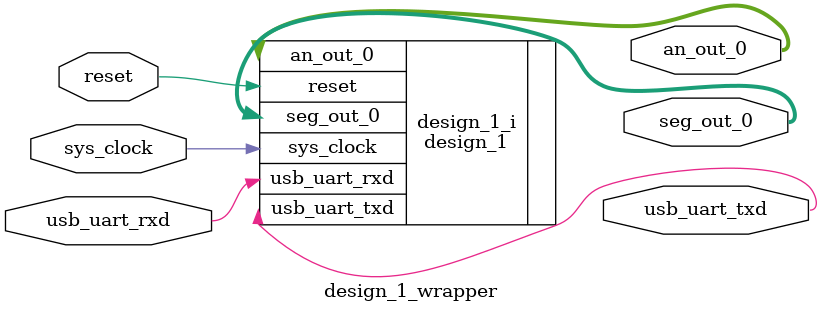
<source format=v>
`timescale 1 ps / 1 ps

module design_1_wrapper
   (an_out_0,
    reset,
    seg_out_0,
    sys_clock,
    usb_uart_rxd,
    usb_uart_txd);
  output [3:0]an_out_0;
  input reset;
  output [7:0]seg_out_0;
  input sys_clock;
  input usb_uart_rxd;
  output usb_uart_txd;

  wire [3:0]an_out_0;
  wire reset;
  wire [7:0]seg_out_0;
  wire sys_clock;
  wire usb_uart_rxd;
  wire usb_uart_txd;

  design_1 design_1_i
       (.an_out_0(an_out_0),
        .reset(reset),
        .seg_out_0(seg_out_0),
        .sys_clock(sys_clock),
        .usb_uart_rxd(usb_uart_rxd),
        .usb_uart_txd(usb_uart_txd));
endmodule

</source>
